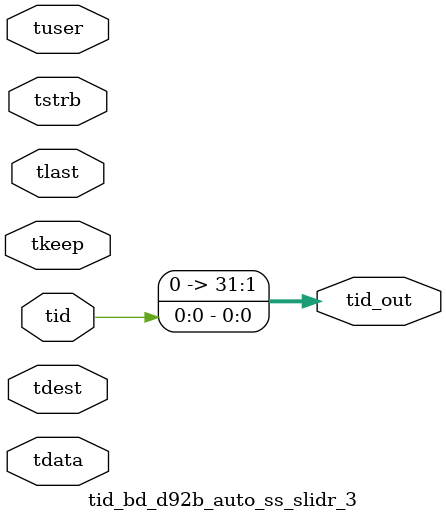
<source format=v>


`timescale 1ps/1ps

module tid_bd_d92b_auto_ss_slidr_3 #
(
parameter C_S_AXIS_TID_WIDTH   = 1,
parameter C_S_AXIS_TUSER_WIDTH = 0,
parameter C_S_AXIS_TDATA_WIDTH = 0,
parameter C_S_AXIS_TDEST_WIDTH = 0,
parameter C_M_AXIS_TID_WIDTH   = 32
)
(
input  [(C_S_AXIS_TID_WIDTH   == 0 ? 1 : C_S_AXIS_TID_WIDTH)-1:0       ] tid,
input  [(C_S_AXIS_TDATA_WIDTH == 0 ? 1 : C_S_AXIS_TDATA_WIDTH)-1:0     ] tdata,
input  [(C_S_AXIS_TUSER_WIDTH == 0 ? 1 : C_S_AXIS_TUSER_WIDTH)-1:0     ] tuser,
input  [(C_S_AXIS_TDEST_WIDTH == 0 ? 1 : C_S_AXIS_TDEST_WIDTH)-1:0     ] tdest,
input  [(C_S_AXIS_TDATA_WIDTH/8)-1:0 ] tkeep,
input  [(C_S_AXIS_TDATA_WIDTH/8)-1:0 ] tstrb,
input                                                                    tlast,
output [(C_M_AXIS_TID_WIDTH   == 0 ? 1 : C_M_AXIS_TID_WIDTH)-1:0       ] tid_out
);

assign tid_out = {tid[0:0]};

endmodule


</source>
